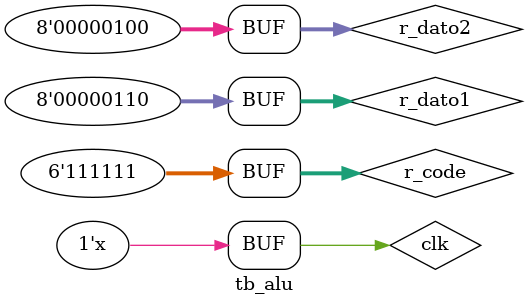
<source format=v>
`timescale 1ns / 1ps


module tb_alu();

  localparam  NB_IN =8;
  localparam  NB_OUT = 8;
  localparam  NB_CODE =6;
  localparam ADD = 6'b100000;
  localparam SUB = 6'b100010;
  localparam AND = 6'b100100;
  localparam OR = 6'b100101;
  localparam XOR = 6'b100110;
  localparam SRA = 6'b000011;
  localparam SRL = 6'b000010;
  localparam NOR = 6'b100111;
  localparam FINISH = 6'b111111;

  reg [NB_CODE - 1 : 0] r_code;
  reg [NB_IN - 1 : 0] r_dato1;
  reg [NB_IN - 1 : 0] r_dato2; 
  wire [NB_OUT - 1 : 0] r_salida;
  reg clk;

  alu#
  (.NB_IN(NB_IN), .NB_OUT(NB_OUT), .NB_CODE(NB_CODE))
  u_alu
  (.salida(r_salida), .dato1(r_dato1),.dato2(r_dato2), .op_code(r_code));

  initial begin
    //$dumpfile("dump.vcd"); $dumpvars;
    r_code = 6'b0;
    r_dato1 = 8'b0;
    r_dato2 = 8'b0;
    clk = 1'b0;

    #20
    r_dato1= 8'b00000110;
    r_dato2= 8'b00000100;
    r_code= ADD;
    
    #20
    r_code= SUB;
    
    #20
    r_code= FINISH;//Para no imprimir
    //$finish;
  end
  
  always #10 clk = ~clk;
  
  always@(posedge clk) begin
    case(r_code)
      ADD:
        if(r_salida== 8'b00001010)
          $display("############# VALOR CORRECTO ############");
      else 
        $display("############# VALOR INCORRECTO ############");
      SUB:
        if(r_salida== 8'b00000010)
        $display("############# VALOR CORRECTO ############");
      else 
        $display("############# VALOR INCORRECTO ############");
      //default:
       // $display("############# NADA ############");
    endcase
  end
endmodule
</source>
